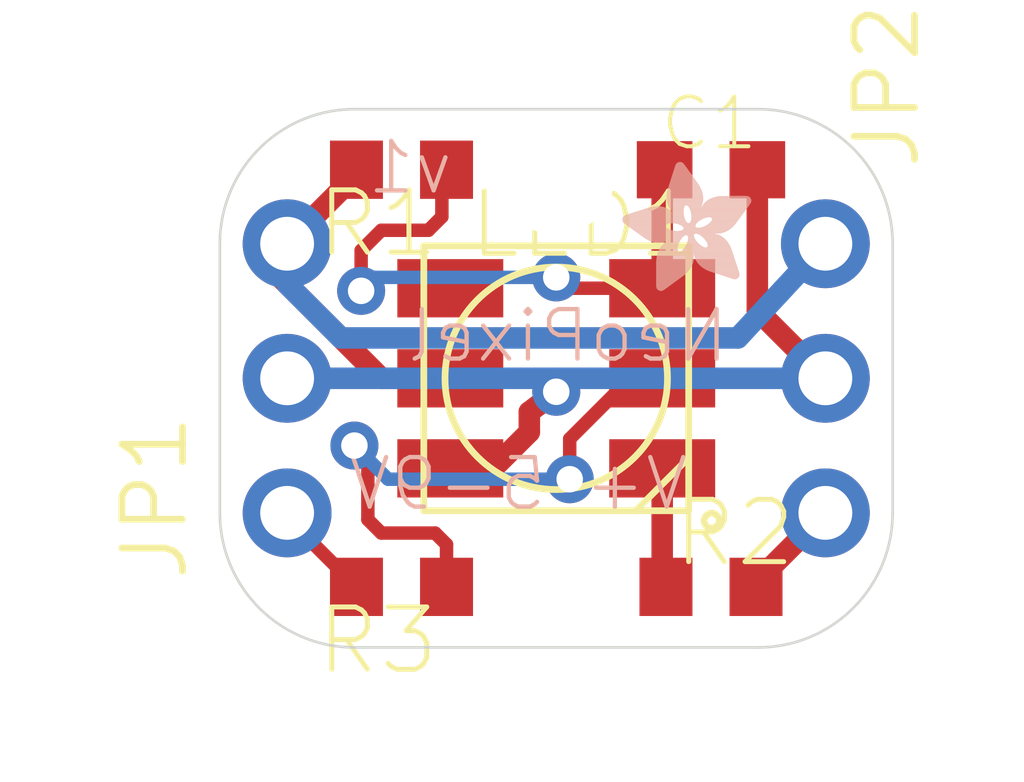
<source format=kicad_pcb>
(kicad_pcb (version 20221018) (generator pcbnew)
  (layers (0 "F.Cu" signal) (1 "In1.Cu" signal) (2 "In2.Cu" signal) (3 "In3.Cu" signal) (4 "In4.Cu" signal) (5 "In5.Cu" signal) (6 "In6.Cu" signal) (7 "In7.Cu" signal) (8 "In8.Cu" signal) (9 "In9.Cu" signal) (10 "In10.Cu" signal) (11 "In11.Cu" signal) (12 "In12.Cu" signal) (13 "In13.Cu" signal) (14 "In14.Cu" signal) (31 "B.Cu" signal) (34 "B.Paste" user) (35 "F.Paste" user) (36 "B.SilkS" user "B.Silkscreen") (37 "F.SilkS" user "F.Silkscreen") (38 "B.Mask" user) (39 "F.Mask" user) (44 "Edge.Cuts" user))
  (net 0 "")
  (net 1 "GND")
  (net 2 "VDD")
  (net 3 "OUT")
  (net 4 "N$8")
  (net 5 "N$1")
  (net 6 "N$2")
  (net 7 "IN")
  (footprint "" (layer "F.Cu") (at 148.5011 108.8136)
    (fp_text reference "@HOLE1" hide)
    (fp_text value "" (at 0 0) (layer "F.SilkS") (effects (font (size 1.27 1.27))))
    (pad "" np_thru_hole circle (at 0 0) (size 2.2 2.2) (drill 2.2) (layers "*.Cu" "*.Mask"))
  )
  (footprint "" (layer "F.Cu") (at 148.5011 101.1936)
    (fp_text reference "@HOLE0" hide)
    (fp_text value "" (at 0 0) (layer "F.SilkS") (effects (font (size 1.27 1.27))))
    (pad "" np_thru_hole circle (at 0 0) (size 2.2 2.2) (drill 2.2) (layers "*.Cu" "*.Mask"))
  )
  (footprint "working:1X03-CLEANBIG" (layer "F.Cu") (at 153.5811 105.0036 -90)
    (fp_text reference "JP2" (at -3.8862 -1.8288 -90) (layer "F.SilkS") (effects (font (size 1.143 1.143) (thickness 0.127)) (justify left bottom)))
    (fp_text value "")
    (pad "1" thru_hole circle (at -2.54 0) (size 1.6764 1.6764) (drill 1.016) (layers "*.Cu" "*.Mask") (net 2 "VDD"))
    (pad "2" thru_hole circle (at 0 0) (size 1.6764 1.6764) (drill 1.016) (layers "*.Cu" "*.Mask") (net 1 "GND"))
    (pad "3" thru_hole circle (at 2.54 0) (size 1.6764 1.6764) (drill 1.016) (layers "*.Cu" "*.Mask") (net 3 "OUT"))
  )
  (footprint "working:WS28115050" (layer "F.Cu") (at 148.5011 105.0036)
    (fp_text reference "LED1" (at -1.7 -2.9) (layer "F.SilkS") (effects (font (size 1.176528 1.176528) (thickness 0.093472)) (justify left)))
    (fp_text value "WS28115050")
    (pad "DI" smd rect (at 2 0) (size 2 1.1) (layers "F.Cu" "F.Paste" "F.Mask") (net 6 "N$2"))
    (pad "DO" smd rect (at 2 1.7) (size 2 1.1) (layers "F.Cu" "F.Paste" "F.Mask") (net 5 "N$1"))
    (pad "LEDVDD" smd rect (at -2 0) (size 2 1.1) (layers "F.Cu" "F.Paste" "F.Mask") (net 2 "VDD"))
    (pad "NC" smd rect (at -2 -1.7) (size 2 1.1) (layers "F.Cu" "F.Paste" "F.Mask"))
    (pad "VDD" smd rect (at 2 -1.7) (size 2 1.1) (layers "F.Cu" "F.Paste" "F.Mask") (net 4 "N$8"))
    (pad "VSS" smd rect (at -2 1.7) (size 2 1.1) (layers "F.Cu" "F.Paste" "F.Mask") (net 1 "GND"))
  )
  (footprint "working:1X03-CLEANBIG" (layer "F.Cu") (at 143.4211 105.0036 90)
    (fp_text reference "JP1" (at -3.8862 -1.8288 90) (layer "F.SilkS") (effects (font (size 1.143 1.143) (thickness 0.127)) (justify left bottom)))
    (fp_text value "")
    (pad "1" thru_hole circle (at -2.54 0 180) (size 1.6764 1.6764) (drill 1.016) (layers "*.Cu" "*.Mask") (net 7 "IN"))
    (pad "2" thru_hole circle (at 0 0 180) (size 1.6764 1.6764) (drill 1.016) (layers "*.Cu" "*.Mask") (net 1 "GND"))
    (pad "3" thru_hole circle (at 2.54 0 180) (size 1.6764 1.6764) (drill 1.016) (layers "*.Cu" "*.Mask") (net 2 "VDD"))
  )
  (footprint "working:R0603" (layer "F.Cu") (at 145.5801 101.0666 180)
    (fp_text reference "R1" (at -0.762 -1.016) (layer "F.SilkS") (effects (font (size 1.176528 1.176528) (thickness 0.093472)) (justify right)))
    (fp_text value "1.0K")
    (pad "1" smd rect (at -0.85 0 180) (size 1 1.1) (layers "F.Cu" "F.Paste" "F.Mask") (net 4 "N$8"))
    (pad "2" smd rect (at 0.85 0 180) (size 1 1.1) (layers "F.Cu" "F.Paste" "F.Mask") (net 2 "VDD"))
  )
  (footprint "working:R0603" (layer "F.Cu") (at 145.5801 108.9406 180)
    (fp_text reference "R3" (at -0.762 -1.016) (layer "F.SilkS") (effects (font (size 1.176528 1.176528) (thickness 0.093472)) (justify right)))
    (fp_text value "22")
    (pad "1" smd rect (at -0.85 0 180) (size 1 1.1) (layers "F.Cu" "F.Paste" "F.Mask") (net 6 "N$2"))
    (pad "2" smd rect (at 0.85 0 180) (size 1 1.1) (layers "F.Cu" "F.Paste" "F.Mask") (net 7 "IN"))
  )
  (footprint "working:C0603K" (layer "F.Cu") (at 151.4221 101.0666)
    (fp_text reference "C1" (at -1 -0.875) (layer "F.SilkS") (effects (font (size 0.941222 0.941222) (thickness 0.074778)) (justify left)))
    (fp_text value "1uF")
    (pad "1" smd rect (at -0.875 0) (size 1.05 1.08) (layers "F.Cu" "F.Paste" "F.Mask") (net 4 "N$8"))
    (pad "2" smd rect (at 0.875 0) (size 1.05 1.08) (layers "F.Cu" "F.Paste" "F.Mask") (net 1 "GND"))
  )
  (footprint "working:R0603" (layer "F.Cu") (at 151.4221 108.9406)
    (fp_text reference "R2" (at -0.762 -1.016) (layer "F.SilkS") (effects (font (size 1.176528 1.176528) (thickness 0.093472)) (justify left)))
    (fp_text value "22")
    (pad "1" smd rect (at -0.85 0) (size 1 1.1) (layers "F.Cu" "F.Paste" "F.Mask") (net 5 "N$1"))
    (pad "2" smd rect (at 0.85 0) (size 1 1.1) (layers "F.Cu" "F.Paste" "F.Mask") (net 3 "OUT"))
  )
  (footprint "working:ADAFRUIT_2.5MM" (layer "B.Cu") (at 152.1841 103.3526 180)
    (fp_text reference "U$1" hide)
    (fp_text value "" hide)
  )
  (gr_arc (start 144.6911 110.0836) (mid 142.895049 109.339651) (end 142.1511 107.5436) (stroke (width 0.05)) (layer "Edge.Cuts"))
  (gr_line (start 154.8511 102.4636) (end 154.8511 107.5436) (stroke (width 0.05)) (layer "Edge.Cuts"))
  (gr_line (start 152.3111 110.0836) (end 144.6911 110.0836) (stroke (width 0.05)) (layer "Edge.Cuts"))
  (gr_arc (start 142.1511 102.4636) (mid 142.895049 100.667549) (end 144.6911 99.9236) (stroke (width 0.05)) (layer "Edge.Cuts"))
  (gr_line (start 144.6911 99.9236) (end 152.3111 99.9236) (stroke (width 0.05)) (layer "Edge.Cuts"))
  (gr_arc (start 152.3111 99.9236) (mid 154.107151 100.667549) (end 154.8511 102.4636) (stroke (width 0.05)) (layer "Edge.Cuts"))
  (gr_arc (start 154.8511 107.5436) (mid 154.107151 109.339651) (end 152.3111 110.0836) (stroke (width 0.05)) (layer "Edge.Cuts"))
  (gr_line (start 142.1511 107.5436) (end 142.1511 102.4636) (stroke (width 0.05)) (layer "Edge.Cuts"))
  (gr_text "V+ 5-9V" (at 151.0411 107.5436) (layer "B.SilkS") (effects (font (size 0.93472 0.93472) (thickness 0.08128)) (justify left bottom mirror)))
  (gr_text "v1" (at 146.5961 101.5746) (layer "B.SilkS") (effects (font (size 0.93472 0.93472) (thickness 0.08128)) (justify left bottom mirror)))
  (gr_text "NeoPixel" (at 151.8031 104.7496) (layer "B.SilkS") (effects (font (size 0.93472 0.93472) (thickness 0.08128)) (justify left bottom mirror)))
  (segment (start 147.3091 106.7036) (end 147.9931 106.0196) (width 0.4064) (layer "F.Cu") (net 1))
  (segment (start 146.4521 106.6546) (end 146.5011 106.7036) (width 0.4064) (layer "F.Cu") (net 1))
  (segment (start 152.2971 101.0666) (end 152.2971 103.7196) (width 0.4064) (layer "F.Cu") (net 1))
  (segment (start 147.9931 105.6386) (end 148.5011 105.2576) (width 0.4064) (layer "F.Cu") (net 1))
  (segment (start 152.2971 103.7196) (end 153.5811 105.0036) (width 0.4064) (layer "F.Cu") (net 1))
  (segment (start 146.5011 106.7036) (end 147.3091 106.7036) (width 0.4064) (layer "F.Cu") (net 1))
  (segment (start 147.9931 106.0196) (end 147.9931 105.6386) (width 0.4064) (layer "F.Cu") (net 1))
  (via (at 148.5011 105.2576) (size 0.9064) (drill 0.5) (layers "F.Cu" "B.Cu") (net 1))
  (segment (start 148.5011 105.2576) (end 148.5011 105.0036) (width 0.4064) (layer "B.Cu") (net 1))
  (segment (start 153.5811 105.0036) (end 148.5011 105.0036) (width 0.4064) (layer "B.Cu") (net 1))
  (segment (start 148.5011 105.0036) (end 143.4211 105.0036) (width 0.4064) (layer "B.Cu") (net 1))
  (segment (start 143.4211 102.7176) (end 143.4211 102.4636) (width 0.4064) (layer "F.Cu") (net 2))
  (segment (start 144.7301 101.0666) (end 144.7301 101.1546) (width 0.4064) (layer "F.Cu") (net 2))
  (segment (start 146.5011 105.0036) (end 145.1991 105.0036) (width 0.4064) (layer "F.Cu") (net 2))
  (segment (start 143.4211 102.4636) (end 143.4211 102.5906) (width 0.4064) (layer "F.Cu") (net 2))
  (segment (start 144.7301 101.1546) (end 143.4211 102.4636) (width 0.4064) (layer "F.Cu") (net 2))
  (segment (start 143.2941 102.5906) (end 143.4211 102.4636) (width 0.4064) (layer "F.Cu") (net 2))
  (segment (start 143.2941 103.0986) (end 143.2941 102.5906) (width 0.4064) (layer "F.Cu") (net 2))
  (segment (start 145.1991 105.0036) (end 143.2941 103.0986) (width 0.4064) (layer "F.Cu") (net 2))
  (segment (start 143.4211 103.2256) (end 143.4211 102.4636) (width 0.4064) (layer "B.Cu") (net 2))
  (segment (start 153.5811 102.4636) (end 151.9301 104.2416) (width 0.4064) (layer "B.Cu") (net 2))
  (segment (start 144.4371 104.2416) (end 143.4211 103.2256) (width 0.4064) (layer "B.Cu") (net 2))
  (segment (start 151.9301 104.2416) (end 144.4371 104.2416) (width 0.4064) (layer "B.Cu") (net 2))
  (segment (start 152.2721 108.9406) (end 152.2721 108.8526) (width 0.4064) (layer "F.Cu") (net 3))
  (segment (start 152.2721 108.8526) (end 153.5811 107.5436) (width 0.4064) (layer "F.Cu") (net 3))
  (segment (start 150.5011 101.1126) (end 150.5471 101.0666) (width 0.4064) (layer "F.Cu") (net 4))
  (segment (start 150.5011 103.3036) (end 150.5011 101.1126) (width 0.4064) (layer "F.Cu") (net 4))
  (segment (start 146.4301 101.0666) (end 146.3421 101.1546) (width 0.254) (layer "F.Cu") (net 4))
  (segment (start 144.8181 102.5906) (end 144.8181 103.3526) (width 0.254) (layer "F.Cu") (net 4))
  (segment (start 146.3421 101.9556) (end 146.0881 102.2096) (width 0.254) (layer "F.Cu") (net 4))
  (segment (start 145.1991 102.2096) (end 144.8181 102.5906) (width 0.254) (layer "F.Cu") (net 4))
  (segment (start 146.0881 102.2096) (end 145.1991 102.2096) (width 0.254) (layer "F.Cu") (net 4))
  (segment (start 148.7061 103.3036) (end 150.5011 103.3036) (width 0.254) (layer "F.Cu") (net 4))
  (segment (start 146.3421 101.1546) (end 146.3421 101.9556) (width 0.254) (layer "F.Cu") (net 4))
  (segment (start 148.5011 103.0986) (end 148.7061 103.3036) (width 0.254) (layer "F.Cu") (net 4))
  (via (at 144.8181 103.3526) (size 0.9064) (drill 0.5) (layers "F.Cu" "B.Cu") (net 4))
  (via (at 148.5011 103.0986) (size 0.9064) (drill 0.5) (layers "F.Cu" "B.Cu") (net 4))
  (segment (start 145.0721 103.0986) (end 148.5011 103.0986) (width 0.254) (layer "B.Cu") (net 4))
  (segment (start 144.8181 103.3526) (end 145.0721 103.0986) (width 0.254) (layer "B.Cu") (net 4))
  (segment (start 150.5011 106.7036) (end 150.5011 108.8696) (width 0.4064) (layer "F.Cu") (net 5))
  (segment (start 150.5011 108.8696) (end 150.5721 108.9406) (width 0.4064) (layer "F.Cu") (net 5))
  (segment (start 144.9451 107.6706) (end 144.9451 106.5276) (width 0.254) (layer "F.Cu") (net 6))
  (segment (start 149.8981 105.0036) (end 148.7551 106.1466) (width 0.254) (layer "F.Cu") (net 6))
  (segment (start 146.4301 108.1396) (end 146.2151 107.9246) (width 0.254) (layer "F.Cu") (net 6))
  (segment (start 148.7551 106.1466) (end 148.7551 106.9086) (width 0.254) (layer "F.Cu") (net 6))
  (segment (start 150.5011 105.0036) (end 149.8981 105.0036) (width 0.254) (layer "F.Cu") (net 6))
  (segment (start 145.1991 107.9246) (end 144.9451 107.6706) (width 0.254) (layer "F.Cu") (net 6))
  (segment (start 144.9451 106.5276) (end 144.6911 106.2736) (width 0.254) (layer "F.Cu") (net 6))
  (segment (start 146.2151 107.9246) (end 145.1991 107.9246) (width 0.254) (layer "F.Cu") (net 6))
  (segment (start 146.4301 108.9406) (end 146.4301 108.1396) (width 0.254) (layer "F.Cu") (net 6))
  (via (at 148.7551 106.9086) (size 0.9064) (drill 0.5) (layers "F.Cu" "B.Cu") (net 6))
  (via (at 144.6911 106.2736) (size 0.9064) (drill 0.5) (layers "F.Cu" "B.Cu") (net 6))
  (segment (start 148.7551 106.9086) (end 145.3261 106.9086) (width 0.254) (layer "B.Cu") (net 6))
  (segment (start 145.3261 106.9086) (end 144.6911 106.2736) (width 0.254) (layer "B.Cu") (net 6))
  (segment (start 143.4211 107.5436) (end 143.4211 107.6316) (width 0.4064) (layer "F.Cu") (net 7))
  (segment (start 143.4211 107.6316) (end 144.7301 108.9406) (width 0.254) (layer "F.Cu") (net 7))
)
</source>
